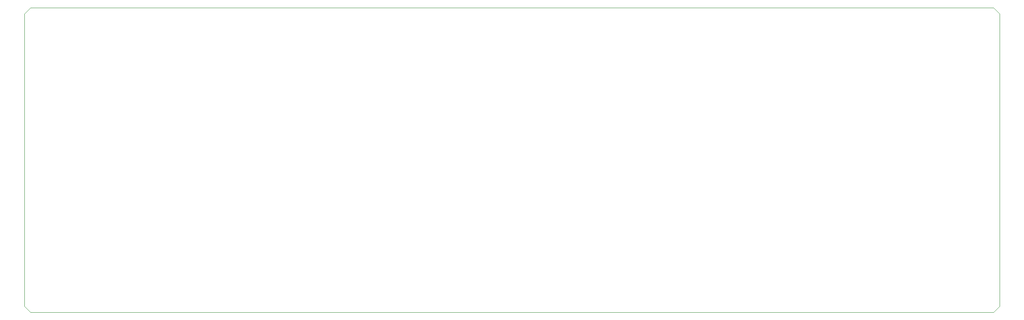
<source format=gbr>
%TF.GenerationSoftware,KiCad,Pcbnew,(5.1.9)-1*%
%TF.CreationDate,2021-03-18T23:59:30+01:00*%
%TF.ProjectId,extensioncard,65787465-6e73-4696-9f6e-636172642e6b,rev?*%
%TF.SameCoordinates,Original*%
%TF.FileFunction,Profile,NP*%
%FSLAX46Y46*%
G04 Gerber Fmt 4.6, Leading zero omitted, Abs format (unit mm)*
G04 Created by KiCad (PCBNEW (5.1.9)-1) date 2021-03-18 23:59:30*
%MOMM*%
%LPD*%
G01*
G04 APERTURE LIST*
%TA.AperFunction,Profile*%
%ADD10C,0.050000*%
%TD*%
G04 APERTURE END LIST*
D10*
X241300000Y-71120000D02*
X241300000Y-132080000D01*
X240030000Y-69850000D02*
X241300000Y-71120000D01*
X39370000Y-69850000D02*
X240030000Y-69850000D01*
X38100000Y-71120000D02*
X39370000Y-69850000D01*
X38100000Y-132080000D02*
X38100000Y-71120000D01*
X39370000Y-133350000D02*
X38100000Y-132080000D01*
X240030000Y-133350000D02*
X39370000Y-133350000D01*
X241300000Y-132080000D02*
X240030000Y-133350000D01*
M02*

</source>
